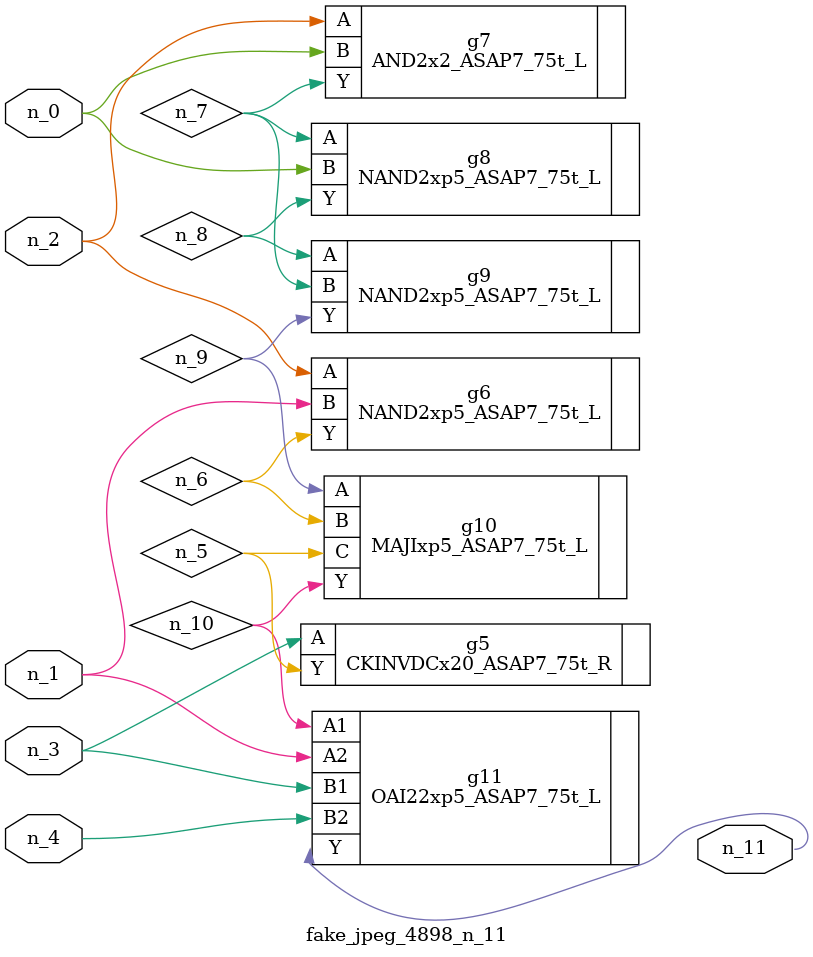
<source format=v>
module fake_jpeg_4898_n_11 (n_3, n_2, n_1, n_0, n_4, n_11);

input n_3;
input n_2;
input n_1;
input n_0;
input n_4;

output n_11;

wire n_10;
wire n_8;
wire n_9;
wire n_6;
wire n_5;
wire n_7;

CKINVDCx20_ASAP7_75t_R g5 ( 
.A(n_3),
.Y(n_5)
);

NAND2xp5_ASAP7_75t_L g6 ( 
.A(n_2),
.B(n_1),
.Y(n_6)
);

AND2x2_ASAP7_75t_L g7 ( 
.A(n_2),
.B(n_0),
.Y(n_7)
);

NAND2xp5_ASAP7_75t_L g8 ( 
.A(n_7),
.B(n_0),
.Y(n_8)
);

NAND2xp5_ASAP7_75t_L g9 ( 
.A(n_8),
.B(n_7),
.Y(n_9)
);

MAJIxp5_ASAP7_75t_L g10 ( 
.A(n_9),
.B(n_6),
.C(n_5),
.Y(n_10)
);

OAI22xp5_ASAP7_75t_L g11 ( 
.A1(n_10),
.A2(n_1),
.B1(n_3),
.B2(n_4),
.Y(n_11)
);


endmodule
</source>
